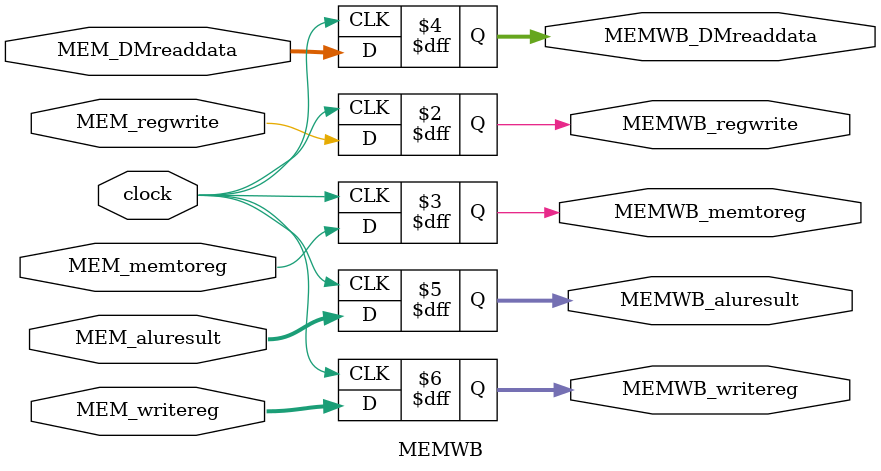
<source format=v>

module DMemory_IO(
		rdata,  // read data
		io_display,	// IO port connected to 7 segment display
		clock,  // clock
		addr,   // address
		wdata,  // write data
		write,  // write enable
		read,   // read enable
		io_sw0, // IO port connected to sliding switch 0
		io_sw1  // IO port connected to sliding switch 1
		);
		

output [15:0] rdata;
output [6:0] io_display;
input clock;
input [15:0] addr;
input [15:0] wdata;
input write;
input read;
input io_sw0;
input io_sw1;

reg [15:0] memcell[0:127]; // 128 words = 256 bytes.  Each byte
                           //    has an addresses from
                           //    0, 1, ...., 255

reg [15:0] rdata;
wire [15:0] mem_rdata; // Output of data memory
wire [15:0] io_rdata;  // Input from io port 0xfffe, 
                       //      which is connected to 
                       //      sliding switches SW1 and SW0
                       //      through bits 1 and 0,
                       //      respectively

reg [6:0] io_display; // 7-segment display

// Output of data memory
assign mem_rdata = memcell[addr[7:1]]; // Only need bits 6, 5, 
                                       //  ..., 1 of the address

// The io port of the sliding switches.  
// Last two bits are the sliding switches
// SW1 and SW0 as bits 1 and 0, respectively.
assign io_rdata = {14'd0,io_sw1,io_sw0};

// This is basically a multiplexer, that chooses to output the
// memory or IO.  If data memory is being accessed then the
// address is between 0 and 255.  If the address is 0xfff0 then
// the io port is being accessed.  This io port is connected to
// the sliding switches SW1 and SW0 at bits 1 and 0, respectively.
always @(addr or mem_rdata or io_rdata or read)
	begin
	if (read == 0) rdata = 0;
	else // read = 1
		begin
		if (addr >= 0 && addr < 256) 	rdata = mem_rdata; 
		else if (addr == 16'hfff0) 		rdata = io_rdata;
		else rdata = 0; // default 
		end
	end

// IO port 0xfffa that is connected to the seven segment display.
// This loads the port register.
always @(posedge clock)
	if (write == 1 && addr == 16'hfffa) 
         io_display <= wdata[6:0];

// Note that if waddr[15:0] = 0 
//   then 0 <= waddr < 256 and one of the
// 256 memory cells is being accessed
always @(posedge clock)
	if (write == 1 && addr[15:8] == 0) memcell[addr[7:1]] <= wdata;

endmodule

//----------------------------------------------------------
// 8x16 Register File
module RegFile(
	rdata1,  // read data output 1
	rdata2,  // read data output 2
	clock,		
	wdata,   // write data input
	waddr,   // write address
	raddr1,  // read address 1
	raddr2,  // read address 2
	write    // write enable
	);			

output [15:0] rdata1, rdata2; 	
input clock;
input [15:0] wdata; 			

input [2:0] raddr1, raddr2; 	
input [2:0] waddr; 			
input write;					

reg [15:0] rdata1, rdata2;

reg [15:0] regcell[0:7];		// Eight registers

// Writing to a register
always @(negedge clock) if (write==1) regcell[waddr]<=wdata;

// Reading from a register
always @(raddr1 or regcell[raddr1]) 
	if (raddr1 == 7) 	rdata1 = 0;
	else 				rdata1 = regcell[raddr1];

// Reading from a register
always @(raddr2 or regcell[raddr2]) 
	if (raddr2 == 7) 	rdata2 = 0;
	else 				rdata2 = regcell[raddr2];

endmodule

//----------------------------------------------------------
// ALU
// 
// Function table
// select	function

// 0		add
// 1		subtract
// 2		pass through 'indata1' to the output 'result'
// 3		or
// 4		and
//
module ALU(
	result,      // 16-bit output from the ALU
	zero_result, // equals 1 if the result is 0, and 0 otherwise
	indata0,     // data input
	indata1,     // data input
	select       // 3-bit select
	);		

output [15:0] result;
output zero_result;
input [15:0] indata0, indata1;
input [2:0] select;


reg [15:0] result;
reg zero_result;

always @(indata0 or indata1 or select)
	case(select)
	0: result = indata0 + indata1;
	1: result = indata0 - indata1;
	2: result = indata1;
	3: result = indata0 | indata1;
	4: result = indata0 & indata1;
	default: result = 0;
	endcase

always @(result) // This is basically a NOR operation
	if (result == 0) 	zero_result = 1;
	else 			  	zero_result = 0;

endmodule

//----------------------------------------------------------
// 2:1 Multiplexer

module MUX2(
	result,   // Output of multiplexer
	indata0,  // Input 0
	indata1,  // Input 1
	select    // 1-bit select
	);	

output [15:0] result;
input [15:0] indata0, indata1;
input select;

reg [15:0] result;

always @(indata0 or indata1 or select)
	case(select)
	0: result = indata0;
	1: result = indata1;
	endcase

endmodule

//----------------------------------------------------------
// 4:1 Multiplexer
module MUX4(
	result,  // 16 bit output
	indata0, // Input 0
	indata1, // Input 1
	indata2, // Input 2
	indata3, // Input 3
	select   // 2-bit select input
	);	

output [15:0] result;
input [15:0] indata0, indata1, indata2, indata3;
input [1:0] select;

reg [15:0] result;

always @(indata0 or indata1 or indata2 or indata3 or select)
	case(select)
	0: result = indata0;
	1: result = indata1;
	2: result = indata2;
	3: result = indata3;
	endcase

endmodule

//-----------------------------------------------------------
// Pipeline Register Modules
//-----------------------------------------------------------

//-----------------------------------------------------------
// IF/ID Register
module IFID(
    clock,  
    idata,  //Instruction memory data from IM
    pc,     //Current PC
    IFID_instr, //Reg for IM data
    IFID_pc      //Reg for PC
    );
    
input clock;
input [15:0] idata, pc;
output [15:0] IFID_instr, IFID_pc;

reg [15:0] IFID_instr, IFID_pc;

always @(posedge clock)
    begin
        IFID_instr <= idata;
        IFID_pc <= pc;
    end
endmodule

//-----------------------------------------------------------
// ID/EX Register
module IDEX(
    clock,
    ID_pc, //PC from IF/ID reg
    ID_regwrite, //regwrite signal from control
    ID_memtoreg, //memtoreg signal from control
    ID_branch,   //branch signal from control
    ID_memread, //memread signal from control
    ID_memwrite, //memwrite signal from control
    ID_alusrc, //alusrc signal from control
    ID_aluselect, //aluselect signal from control
    ID_rdata1, //read data 1 from register file
    ID_rdata2, //read data 2 from register file
    ID_signext, //16-bit sign extend of instruction
    ID_writereg, //write register from instruction memory
    IDEX_pc,
    IDEX_regwrite, //reg for regwrite
    IDEX_memtoreg, //reg for memtoreg
    IDEX_branch, //reg for branch
    IDEX_memread,//reg for memread
    IDEX_memwrite, //reg for memwrite
    IDEX_alusrc, //reg for alusrc
    IDEX_aluselect, //reg for aluselect
    IDEX_rdata1, //reg for rdata1
    IDEX_rdata2, //reg for rdata2
    IDEX_signext, //reg for signext
    IDEX_writereg //reg for writereg
    );
input clock, ID_regwrite, ID_memtoreg, ID_branch, ID_memread, ID_memwrite, ID_alusrc;
input [15:0] ID_pc, ID_rdata1, ID_rdata2, ID_signext;
input [2:0] ID_aluselect, ID_writereg;
output IDEX_regwrite, IDEX_memtoreg, IDEX_branch, IDEX_memread, IDEX_memwrite, IDEX_alusrc;
output [15:0] IDEX_rdata1, IDEX_rdata2, IDEX_signext, IDEX_pc;
output [2:0] IDEX_aluselect, IDEX_writereg;

reg IDEX_regwrite, IDEX_memtoreg, IDEX_branch, IDEX_memread, IDEX_memwrite, IDEX_alusrc;
reg [15:0] IDEX_rdata1, IDEX_rdata2, IDEX_signext, IDEX_pc;
reg [2:0] IDEX_aluselect, IDEX_writereg;

always @(posedge clock)
    begin
         IDEX_pc <= ID_pc;
         IDEX_regwrite <= ID_regwrite;
         IDEX_memtoreg <= ID_memtoreg;
         IDEX_branch <= ID_branch;
         IDEX_memread <= ID_memread;
         IDEX_memwrite <= ID_memwrite;
         IDEX_alusrc <= ID_alusrc;
         IDEX_rdata1 <= ID_rdata1;
         IDEX_rdata2 <= ID_rdata2;
         IDEX_signext <= ID_signext;
         IDEX_aluselect <= ID_aluselect;
         IDEX_writereg <= ID_writereg;
     end
endmodule

//-----------------------------------------------------------
// EX/MEM Register
module EXMEM(
    clock,
    EX_regwrite, //regwrite signal from ID/EX
    EX_memtoreg, //memtoreg signal from ID/EX
    EX_branch,   //branch signal from ID/EX
    EX_memread,  //memread signal from ID/EX
    EX_memwrite, //memwrite signal from ID/EX
    EX_branchaddr, //branch address calculated from CBZ circuit
    EX_aluzero,  //aluzero result from alu
    EX_aluresult, //calculated alu result
    EX_rdata2, //read data 2 from ID/EX
    EX_writereg, //write register from ID/EX
    EXMEM_regwrite,
    EXMEM_memtoreg,
    EXMEM_branch,
    EXMEM_memread,
    EXMEM_memwrite,
    EXMEM_branchaddr,
    EXMEM_aluzero,
    EXMEM_aluresult,
    EXMEM_rdata2,
    EXMEM_writereg
    );
input clock, EX_regwrite, EX_memtoreg, EX_branch, EX_memread, EX_memwrite, EX_aluzero;
input [15:0] EX_branchaddr, EX_aluresult, EX_rdata2;
input [2:0] EX_writereg;
output EXMEM_regwrite, EXMEM_memtoreg, EXMEM_branch, EXMEM_memread, EXMEM_memwrite, EXMEM_aluzero;
output [15:0] EXMEM_branchaddr, EXMEM_aluresult, EXMEM_rdata2;
output [2:0] EXMEM_writereg;

reg EXMEM_regwrite, EXMEM_memtoreg, EXMEM_branch, EXMEM_memread, EXMEM_memwrite, EXMEM_aluzero;
reg [15:0] EXMEM_branchaddr, EXMEM_aluresult, EXMEM_rdata2;
reg [2:0] EXMEM_writereg;

always @(posedge clock)
    begin
        EXMEM_regwrite <= EX_regwrite;
        EXMEM_memtoreg <= EX_memtoreg;
        EXMEM_branch <= EX_branch;
        EXMEM_memread <= EX_memread;
        EXMEM_memwrite <= EX_memwrite;
        EXMEM_aluzero <= EX_aluzero;
        EXMEM_branchaddr <= EX_branchaddr;
        EXMEM_aluresult <= EX_aluresult;
        EXMEM_rdata2 <= EX_rdata2;
        EXMEM_writereg <= EX_writereg;
    end
endmodule

//-----------------------------------------------------------
// MEM/WB Register
module MEMWB (
    clock,
    MEM_regwrite,
    MEM_memtoreg,
    MEM_DMreaddata,
    MEM_aluresult,
    MEM_writereg,
    MEMWB_regwrite,
    MEMWB_memtoreg,
    MEMWB_DMreaddata,
    MEMWB_aluresult,
    MEMWB_writereg
    );
input clock;
input MEM_regwrite, MEM_memtoreg;
input [15:0] MEM_DMreaddata, MEM_aluresult;
input [2:0] MEM_writereg;
output MEMWB_regwrite, MEMWB_memtoreg;
output [15:0] MEMWB_DMreaddata, MEMWB_aluresult;
output [2:0] MEMWB_writereg;

reg MEMWB_regwrite, MEMWB_memtoreg;
reg [15:0] MEMWB_DMreaddata, MEMWB_aluresult;
reg [2:0] MEMWB_writereg;

always @(posedge clock)
    begin
    MEMWB_regwrite <= MEM_regwrite;
    MEMWB_memtoreg <= MEM_memtoreg;
    MEMWB_DMreaddata <= MEM_DMreaddata;
    MEMWB_aluresult <= MEM_aluresult;
    MEMWB_writereg <=  MEM_writereg;
    end
endmodule    
    
</source>
